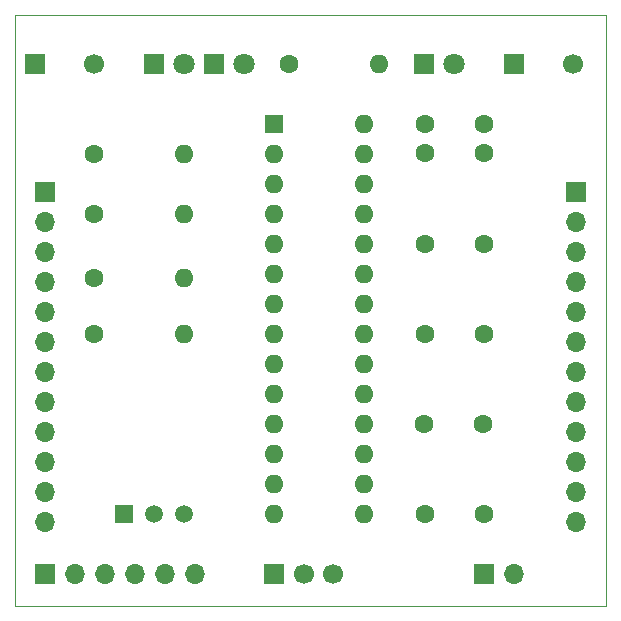
<source format=gbr>
%TF.GenerationSoftware,KiCad,Pcbnew,7.0.1-3b83917a11~172~ubuntu22.04.1*%
%TF.CreationDate,2023-04-12T17:14:37-05:00*%
%TF.ProjectId,Project,50726f6a-6563-4742-9e6b-696361645f70,rev?*%
%TF.SameCoordinates,Original*%
%TF.FileFunction,Soldermask,Top*%
%TF.FilePolarity,Negative*%
%FSLAX46Y46*%
G04 Gerber Fmt 4.6, Leading zero omitted, Abs format (unit mm)*
G04 Created by KiCad (PCBNEW 7.0.1-3b83917a11~172~ubuntu22.04.1) date 2023-04-12 17:14:37*
%MOMM*%
%LPD*%
G01*
G04 APERTURE LIST*
%ADD10R,1.600000X1.600000*%
%ADD11O,1.600000X1.600000*%
%ADD12R,1.500000X1.500000*%
%ADD13C,1.500000*%
%ADD14R,1.700000X1.700000*%
%ADD15C,1.700000*%
%ADD16C,1.600000*%
%ADD17O,1.700000X1.700000*%
%ADD18R,1.800000X1.800000*%
%ADD19C,1.800000*%
%TA.AperFunction,Profile*%
%ADD20C,0.100000*%
%TD*%
G04 APERTURE END LIST*
D10*
%TO.C,U2*%
X121920000Y-109220000D03*
D11*
X121920000Y-111760000D03*
X121920000Y-114300000D03*
X121920000Y-116840000D03*
X121920000Y-119380000D03*
X121920000Y-121920000D03*
X121920000Y-124460000D03*
X121920000Y-127000000D03*
X121920000Y-129540000D03*
X121920000Y-132080000D03*
X121920000Y-134620000D03*
X121920000Y-137160000D03*
X121920000Y-139700000D03*
X121920000Y-142240000D03*
X129540000Y-142240000D03*
X129540000Y-139700000D03*
X129540000Y-137160000D03*
X129540000Y-134620000D03*
X129540000Y-132080000D03*
X129540000Y-129540000D03*
X129540000Y-127000000D03*
X129540000Y-124460000D03*
X129540000Y-121920000D03*
X129540000Y-119380000D03*
X129540000Y-116840000D03*
X129540000Y-114300000D03*
X129540000Y-111760000D03*
X129540000Y-109220000D03*
%TD*%
D12*
%TO.C,U1*%
X109220000Y-142240000D03*
D13*
X111760000Y-142240000D03*
X114300000Y-142240000D03*
%TD*%
D14*
%TO.C,SW3*%
X101680000Y-104140000D03*
D15*
X106680000Y-104140000D03*
%TD*%
D14*
%TO.C,SW2*%
X142240000Y-104140000D03*
D15*
X147240000Y-104140000D03*
%TD*%
D14*
%TO.C,SW1*%
X121920000Y-147320000D03*
D15*
X124420000Y-147320000D03*
X126920000Y-147320000D03*
%TD*%
D16*
%TO.C,R5*%
X123190000Y-104140000D03*
D11*
X130810000Y-104140000D03*
%TD*%
D16*
%TO.C,R4*%
X106680000Y-127000000D03*
D11*
X114300000Y-127000000D03*
%TD*%
D16*
%TO.C,R3*%
X106680000Y-122300000D03*
D11*
X114300000Y-122300000D03*
%TD*%
D16*
%TO.C,R2*%
X106680000Y-116840000D03*
D11*
X114300000Y-116840000D03*
%TD*%
D16*
%TO.C,R1*%
X106680000Y-111760000D03*
D11*
X114300000Y-111760000D03*
%TD*%
D14*
%TO.C,J4*%
X147500000Y-115000000D03*
D17*
X147500000Y-117540000D03*
X147500000Y-120080000D03*
X147500000Y-122620000D03*
X147500000Y-125160000D03*
X147500000Y-127700000D03*
X147500000Y-130240000D03*
X147500000Y-132780000D03*
X147500000Y-135320000D03*
X147500000Y-137860000D03*
X147500000Y-140400000D03*
X147500000Y-142940000D03*
%TD*%
D14*
%TO.C,J3*%
X102500000Y-115000000D03*
D17*
X102500000Y-117540000D03*
X102500000Y-120080000D03*
X102500000Y-122620000D03*
X102500000Y-125160000D03*
X102500000Y-127700000D03*
X102500000Y-130240000D03*
X102500000Y-132780000D03*
X102500000Y-135320000D03*
X102500000Y-137860000D03*
X102500000Y-140400000D03*
X102500000Y-142940000D03*
%TD*%
D14*
%TO.C,J2*%
X102500000Y-147320000D03*
D17*
X105040000Y-147320000D03*
X107580000Y-147320000D03*
X110120000Y-147320000D03*
X112660000Y-147320000D03*
X115200000Y-147320000D03*
%TD*%
D14*
%TO.C,J1*%
X139700000Y-147320000D03*
D17*
X142240000Y-147320000D03*
%TD*%
D18*
%TO.C,D3*%
X134620000Y-104140000D03*
D19*
X137160000Y-104140000D03*
%TD*%
D18*
%TO.C,D2*%
X116840000Y-104140000D03*
D19*
X119380000Y-104140000D03*
%TD*%
D18*
%TO.C,D1*%
X111760000Y-104140000D03*
D19*
X114300000Y-104140000D03*
%TD*%
D16*
%TO.C,C6*%
X134620000Y-134620000D03*
X139620000Y-134620000D03*
%TD*%
%TO.C,C5*%
X134700000Y-127000000D03*
X139700000Y-127000000D03*
%TD*%
%TO.C,C4*%
X134700000Y-119380000D03*
X139700000Y-119380000D03*
%TD*%
%TO.C,C3*%
X139700000Y-109220000D03*
X139700000Y-111720000D03*
%TD*%
%TO.C,C2*%
X134660000Y-109220000D03*
X134660000Y-111720000D03*
%TD*%
%TO.C,C1*%
X134700000Y-142240000D03*
X139700000Y-142240000D03*
%TD*%
D20*
X150000000Y-100000000D02*
X100000000Y-100000000D01*
X100000000Y-150000000D02*
X150000000Y-150000000D01*
X150000000Y-150000000D02*
X150000000Y-100000000D01*
X100000000Y-150000000D02*
X100000000Y-100000000D01*
M02*

</source>
